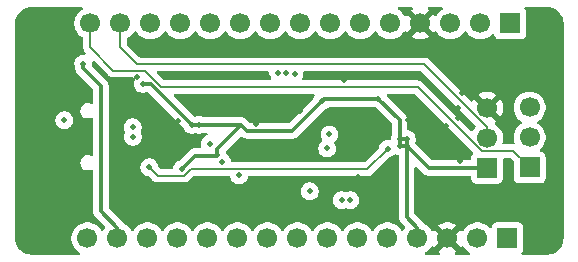
<source format=gbr>
%TF.GenerationSoftware,KiCad,Pcbnew,9.0.2*%
%TF.CreationDate,2025-07-20T14:30:59+05:30*%
%TF.ProjectId,Arduino nano,41726475-696e-46f2-906e-616e6f2e6b69,rev?*%
%TF.SameCoordinates,Original*%
%TF.FileFunction,Copper,L2,Inr*%
%TF.FilePolarity,Positive*%
%FSLAX46Y46*%
G04 Gerber Fmt 4.6, Leading zero omitted, Abs format (unit mm)*
G04 Created by KiCad (PCBNEW 9.0.2) date 2025-07-20 14:30:59*
%MOMM*%
%LPD*%
G01*
G04 APERTURE LIST*
%TA.AperFunction,ComponentPad*%
%ADD10R,1.700000X1.700000*%
%TD*%
%TA.AperFunction,ComponentPad*%
%ADD11C,1.700000*%
%TD*%
%TA.AperFunction,ViaPad*%
%ADD12C,0.500000*%
%TD*%
%TA.AperFunction,Conductor*%
%ADD13C,0.300000*%
%TD*%
%TA.AperFunction,Conductor*%
%ADD14C,0.150000*%
%TD*%
G04 APERTURE END LIST*
D10*
%TO.N,VCC*%
%TO.C,J2*%
X230320000Y-97600000D03*
D11*
%TO.N,/RESET*%
X227780000Y-97600000D03*
%TO.N,GND*%
X225240001Y-97600000D03*
%TO.N,+5V*%
X222700000Y-97600000D03*
%TO.N,/A7*%
X220160000Y-97600000D03*
%TO.N,/A6*%
X217620000Y-97600000D03*
%TO.N,/A5*%
X215080000Y-97600000D03*
%TO.N,/A4*%
X212539999Y-97600000D03*
%TO.N,/A3*%
X210000000Y-97600000D03*
%TO.N,/A2*%
X207460000Y-97600000D03*
%TO.N,/A1*%
X204920000Y-97600000D03*
%TO.N,/A0*%
X202380001Y-97600000D03*
%TO.N,/AREF*%
X199840000Y-97600000D03*
%TO.N,+3.3V*%
X197300000Y-97600000D03*
%TO.N,/D13{slash}SCK*%
X194760000Y-97600000D03*
%TD*%
D10*
%TO.N,/D0{slash}RX*%
%TO.C,J4*%
X230560000Y-79400000D03*
D11*
%TO.N,/D1{slash}TX*%
X228020000Y-79400000D03*
%TO.N,/RESET*%
X225480001Y-79400000D03*
%TO.N,GND*%
X222940000Y-79400000D03*
%TO.N,/D2*%
X220400000Y-79400000D03*
%TO.N,/D3*%
X217860000Y-79400000D03*
%TO.N,/D4*%
X215320000Y-79400000D03*
%TO.N,/D5*%
X212779999Y-79400000D03*
%TO.N,/D6*%
X210240000Y-79400000D03*
%TO.N,/D7*%
X207700000Y-79400000D03*
%TO.N,/D8*%
X205160000Y-79400000D03*
%TO.N,/D9*%
X202620001Y-79400000D03*
%TO.N,/D10*%
X200080000Y-79400000D03*
%TO.N,/D11{slash}MOSI*%
X197540000Y-79400000D03*
%TO.N,/D12{slash}MISO*%
X195000000Y-79400000D03*
%TD*%
D10*
%TO.N,/D12{slash}MISO*%
%TO.C,J5*%
X232200000Y-91600000D03*
D11*
%TO.N,/D13{slash}SCK*%
X232200000Y-89060000D03*
%TO.N,/RESET*%
X232200000Y-86520000D03*
%TD*%
D10*
%TO.N,+5V*%
%TO.C,J3*%
X228600000Y-91640000D03*
D11*
%TO.N,/D11{slash}MOSI*%
X228600000Y-89100000D03*
%TO.N,GND*%
X228600000Y-86560000D03*
%TD*%
D12*
%TO.N,+5V*%
X221200000Y-89800000D03*
X214600000Y-86000000D03*
X204200000Y-88000000D03*
X221800000Y-89200000D03*
X221200000Y-89200000D03*
X219400000Y-85800000D03*
X199424999Y-84525000D03*
X203600000Y-88000000D03*
X212300000Y-83700000D03*
X205744033Y-90536356D03*
X202739998Y-91754999D03*
X221800000Y-89800000D03*
%TO.N,GND*%
X218800000Y-87000000D03*
X217700000Y-92400000D03*
X217900000Y-86900000D03*
X191000000Y-86000000D03*
X217200000Y-92700000D03*
X191400000Y-91400000D03*
X203000000Y-94300000D03*
X206089079Y-93489079D03*
X191400000Y-95200000D03*
X198994084Y-83973352D03*
X216500000Y-83700000D03*
X198800000Y-90600000D03*
X194800000Y-93200000D03*
X210074000Y-83900000D03*
X226300000Y-91040000D03*
X192200000Y-95200000D03*
X226100000Y-86600000D03*
X209000000Y-87900000D03*
X226500000Y-85300000D03*
X191800000Y-86000000D03*
X225100000Y-88099000D03*
X199800000Y-88600000D03*
X209100000Y-89800000D03*
X194292619Y-85826643D03*
X216500000Y-84200000D03*
X226100000Y-87400000D03*
X221900000Y-87600000D03*
X201600000Y-88200000D03*
X226500000Y-83900000D03*
X227000000Y-90700000D03*
X202400000Y-87700000D03*
X210300000Y-89800000D03*
X192600000Y-90400000D03*
X212800000Y-86800000D03*
X199800000Y-89600000D03*
X225700000Y-89400000D03*
X194800000Y-93800000D03*
X200900000Y-95000000D03*
X194400000Y-85000000D03*
%TO.N,+3.3V*%
X194400000Y-82800000D03*
%TO.N,/RESET*%
X213580996Y-93619848D03*
%TO.N,VBUS*%
X192800000Y-87600000D03*
%TO.N,Net-(D1-A)*%
X200000000Y-91574998D03*
X220200000Y-90000000D03*
%TO.N,/D_P*%
X198600000Y-89000000D03*
%TO.N,/D_N*%
X198600000Y-88200000D03*
%TO.N,/A7*%
X207600000Y-92275000D03*
%TO.N,/A6*%
X206191744Y-91158219D03*
%TO.N,/D13{slash}SCK*%
X205100000Y-89600000D03*
%TO.N,/D0{slash}RX*%
X215047539Y-89990000D03*
%TO.N,/D1{slash}TX*%
X215245001Y-88797463D03*
%TO.N,/RX*%
X216300213Y-94357749D03*
%TO.N,/TX*%
X217000000Y-94375000D03*
%TO.N,/XTAL2*%
X210871303Y-83586233D03*
%TO.N,/XTAL1*%
X211600000Y-83600000D03*
%TD*%
D13*
%TO.N,+5V*%
X205744033Y-90536356D02*
X205744033Y-90055967D01*
X204200000Y-88000000D02*
X207800000Y-88000000D01*
X203600000Y-88000000D02*
X204200000Y-88000000D01*
X221200000Y-89800000D02*
X221800000Y-89800000D01*
X200125000Y-84525000D02*
X203600000Y-88000000D01*
X212100000Y-88500000D02*
X214600000Y-86000000D01*
X221800000Y-95800000D02*
X221800000Y-89800000D01*
X222700000Y-96700000D02*
X221800000Y-95800000D01*
X203894997Y-90600000D02*
X205680389Y-90600000D01*
X221800000Y-89200000D02*
X221200000Y-89200000D01*
X221200000Y-89800000D02*
X221200000Y-89200000D01*
X221200000Y-89200000D02*
X221200000Y-87600000D01*
X228600000Y-91640000D02*
X223640000Y-91640000D01*
X221800000Y-89200000D02*
X221800000Y-89800000D01*
X219400000Y-85800000D02*
X214800000Y-85800000D01*
X223640000Y-91640000D02*
X221800000Y-89800000D01*
X199424999Y-84525000D02*
X200125000Y-84525000D01*
X214800000Y-85800000D02*
X214600000Y-86000000D01*
X221200000Y-87600000D02*
X219400000Y-85800000D01*
X205680389Y-90600000D02*
X205744033Y-90536356D01*
X208300000Y-88500000D02*
X212100000Y-88500000D01*
X207800000Y-88000000D02*
X208300000Y-88500000D01*
X205744033Y-90055967D02*
X207800000Y-88000000D01*
X202739998Y-91754999D02*
X203894997Y-90600000D01*
%TO.N,+3.3V*%
X195900000Y-95300000D02*
X197300000Y-96700000D01*
X194400000Y-82800000D02*
X194400000Y-83200000D01*
X195900000Y-84700000D02*
X195900000Y-95300000D01*
X194400000Y-83200000D02*
X195900000Y-84700000D01*
D14*
%TO.N,Net-(D1-A)*%
X220200000Y-90000000D02*
X218451000Y-91749000D01*
X202957875Y-92280999D02*
X200706001Y-92280999D01*
X218451000Y-91749000D02*
X203489874Y-91749000D01*
X200706001Y-92280999D02*
X200000000Y-91574998D01*
X203489874Y-91749000D02*
X202957875Y-92280999D01*
%TO.N,/D11{slash}MOSI*%
X197540000Y-81440000D02*
X197540000Y-79400000D01*
X223266645Y-82866645D02*
X198966645Y-82866645D01*
X228600000Y-89100000D02*
X228600000Y-88200000D01*
X198966645Y-82866645D02*
X197540000Y-81440000D01*
X228600000Y-88200000D02*
X223266645Y-82866645D01*
%TO.N,/D12{slash}MISO*%
X195000000Y-81440000D02*
X196960000Y-83400000D01*
X228133595Y-90226000D02*
X230826000Y-90226000D01*
X195000000Y-79400000D02*
X195000000Y-81440000D01*
X199602454Y-83400000D02*
X201002454Y-84800000D01*
X222707595Y-84800000D02*
X228133595Y-90226000D01*
X230826000Y-90226000D02*
X232200000Y-91600000D01*
X201002454Y-84800000D02*
X222707595Y-84800000D01*
X196960000Y-83400000D02*
X199602454Y-83400000D01*
%TD*%
%TA.AperFunction,Conductor*%
%TO.N,GND*%
G36*
X194322484Y-78020185D02*
G01*
X194368239Y-78072989D01*
X194378183Y-78142147D01*
X194349158Y-78205703D01*
X194311739Y-78234985D01*
X194292182Y-78244949D01*
X194120213Y-78369890D01*
X193969890Y-78520213D01*
X193844951Y-78692179D01*
X193748444Y-78881585D01*
X193682753Y-79083760D01*
X193656112Y-79251964D01*
X193649500Y-79293713D01*
X193649500Y-79506287D01*
X193682754Y-79716243D01*
X193730000Y-79861652D01*
X193748444Y-79918414D01*
X193844951Y-80107820D01*
X193969890Y-80279786D01*
X194120213Y-80430109D01*
X194292182Y-80555050D01*
X194292184Y-80555051D01*
X194356794Y-80587971D01*
X194407590Y-80635945D01*
X194424500Y-80698456D01*
X194424500Y-81515765D01*
X194463719Y-81662136D01*
X194501602Y-81727750D01*
X194539485Y-81793365D01*
X194539487Y-81793367D01*
X194586453Y-81840333D01*
X194619938Y-81901656D01*
X194614954Y-81971348D01*
X194573082Y-82027281D01*
X194507618Y-82051698D01*
X194479995Y-82049970D01*
X194479983Y-82050097D01*
X194476439Y-82049748D01*
X194474584Y-82049632D01*
X194473920Y-82049500D01*
X194473918Y-82049500D01*
X194326082Y-82049500D01*
X194326080Y-82049500D01*
X194181092Y-82078340D01*
X194181082Y-82078343D01*
X194044511Y-82134912D01*
X194044498Y-82134919D01*
X193921584Y-82217048D01*
X193921580Y-82217051D01*
X193817051Y-82321580D01*
X193817048Y-82321584D01*
X193734919Y-82444498D01*
X193734912Y-82444511D01*
X193678343Y-82581082D01*
X193678340Y-82581092D01*
X193649500Y-82726079D01*
X193649500Y-82726082D01*
X193649500Y-82873918D01*
X193649500Y-82873920D01*
X193649499Y-82873920D01*
X193678340Y-83018907D01*
X193678343Y-83018917D01*
X193737247Y-83161124D01*
X193736803Y-83161307D01*
X193739012Y-83163930D01*
X193741727Y-83176850D01*
X193748475Y-83197932D01*
X193749500Y-83205855D01*
X193749500Y-83264069D01*
X193770217Y-83368216D01*
X193771031Y-83372313D01*
X193771034Y-83372329D01*
X193774498Y-83389739D01*
X193774499Y-83389744D01*
X193823535Y-83508127D01*
X193894723Y-83614669D01*
X193894726Y-83614673D01*
X193894727Y-83614674D01*
X195213181Y-84933127D01*
X195246666Y-84994450D01*
X195249500Y-85020808D01*
X195249500Y-86096514D01*
X195229815Y-86163553D01*
X195177011Y-86209308D01*
X195107853Y-86219252D01*
X195078048Y-86211075D01*
X194989748Y-86174500D01*
X194989738Y-86174497D01*
X194864071Y-86149500D01*
X194864069Y-86149500D01*
X194735931Y-86149500D01*
X194735929Y-86149500D01*
X194610261Y-86174497D01*
X194610255Y-86174499D01*
X194491875Y-86223533D01*
X194491866Y-86223538D01*
X194385331Y-86294723D01*
X194385327Y-86294726D01*
X194294726Y-86385327D01*
X194294723Y-86385331D01*
X194223538Y-86491866D01*
X194223533Y-86491875D01*
X194174499Y-86610255D01*
X194174497Y-86610261D01*
X194149500Y-86735928D01*
X194149500Y-86735931D01*
X194149500Y-86864069D01*
X194149500Y-86864071D01*
X194149499Y-86864071D01*
X194174497Y-86989738D01*
X194174499Y-86989744D01*
X194223533Y-87108124D01*
X194223538Y-87108133D01*
X194294723Y-87214668D01*
X194294726Y-87214672D01*
X194385327Y-87305273D01*
X194385331Y-87305276D01*
X194491866Y-87376461D01*
X194491875Y-87376466D01*
X194503920Y-87381455D01*
X194610256Y-87425501D01*
X194610260Y-87425501D01*
X194610261Y-87425502D01*
X194735928Y-87450500D01*
X194735931Y-87450500D01*
X194864071Y-87450500D01*
X194948615Y-87433682D01*
X194989744Y-87425501D01*
X195078048Y-87388923D01*
X195147516Y-87381455D01*
X195209995Y-87412730D01*
X195245648Y-87472818D01*
X195249500Y-87503485D01*
X195249500Y-90496514D01*
X195229815Y-90563553D01*
X195177011Y-90609308D01*
X195107853Y-90619252D01*
X195078048Y-90611075D01*
X194989748Y-90574500D01*
X194989738Y-90574497D01*
X194864071Y-90549500D01*
X194864069Y-90549500D01*
X194735931Y-90549500D01*
X194735929Y-90549500D01*
X194610261Y-90574497D01*
X194610255Y-90574499D01*
X194491875Y-90623533D01*
X194491866Y-90623538D01*
X194385331Y-90694723D01*
X194385327Y-90694726D01*
X194294726Y-90785327D01*
X194294723Y-90785331D01*
X194223538Y-90891866D01*
X194223533Y-90891875D01*
X194174499Y-91010255D01*
X194174497Y-91010261D01*
X194149500Y-91135928D01*
X194149500Y-91135931D01*
X194149500Y-91264069D01*
X194149500Y-91264071D01*
X194149499Y-91264071D01*
X194174497Y-91389738D01*
X194174499Y-91389744D01*
X194223533Y-91508124D01*
X194223538Y-91508133D01*
X194294723Y-91614668D01*
X194294726Y-91614672D01*
X194385327Y-91705273D01*
X194385331Y-91705276D01*
X194491866Y-91776461D01*
X194491872Y-91776464D01*
X194491873Y-91776465D01*
X194610256Y-91825501D01*
X194610260Y-91825501D01*
X194610261Y-91825502D01*
X194735928Y-91850500D01*
X194735931Y-91850500D01*
X194864071Y-91850500D01*
X194948615Y-91833682D01*
X194989744Y-91825501D01*
X195078048Y-91788923D01*
X195147516Y-91781455D01*
X195209995Y-91812730D01*
X195245648Y-91872818D01*
X195249500Y-91903485D01*
X195249500Y-95364069D01*
X195249500Y-95364071D01*
X195249499Y-95364071D01*
X195274497Y-95489738D01*
X195274499Y-95489744D01*
X195323534Y-95608125D01*
X195394726Y-95714673D01*
X195394727Y-95714674D01*
X196249867Y-96569813D01*
X196265814Y-96599018D01*
X196282577Y-96627794D01*
X196282499Y-96629574D01*
X196283352Y-96631136D01*
X196280977Y-96664335D01*
X196279522Y-96697597D01*
X196278451Y-96699659D01*
X196278368Y-96700827D01*
X196263471Y-96729030D01*
X196262930Y-96729794D01*
X196144949Y-96892184D01*
X196136433Y-96908896D01*
X196131285Y-96916186D01*
X196110616Y-96932569D01*
X196092509Y-96951742D01*
X196083668Y-96953931D01*
X196076531Y-96959589D01*
X196050285Y-96962197D01*
X196024688Y-96968536D01*
X196016067Y-96965598D01*
X196007004Y-96966499D01*
X195983518Y-96954505D01*
X195958553Y-96945998D01*
X195951962Y-96938391D01*
X195944778Y-96934723D01*
X195936561Y-96920617D01*
X195919516Y-96900946D01*
X195915050Y-96892182D01*
X195790109Y-96720213D01*
X195639786Y-96569890D01*
X195467820Y-96444951D01*
X195278414Y-96348444D01*
X195278413Y-96348443D01*
X195278412Y-96348443D01*
X195076243Y-96282754D01*
X195076241Y-96282753D01*
X195076240Y-96282753D01*
X194914957Y-96257208D01*
X194866287Y-96249500D01*
X194653713Y-96249500D01*
X194605042Y-96257208D01*
X194443760Y-96282753D01*
X194241585Y-96348444D01*
X194052179Y-96444951D01*
X193880213Y-96569890D01*
X193729890Y-96720213D01*
X193604951Y-96892179D01*
X193508444Y-97081585D01*
X193442753Y-97283760D01*
X193441291Y-97292993D01*
X193409500Y-97493713D01*
X193409500Y-97706287D01*
X193442754Y-97916243D01*
X193490000Y-98061652D01*
X193508444Y-98118414D01*
X193604951Y-98307820D01*
X193729890Y-98479786D01*
X193880213Y-98630109D01*
X194052182Y-98755050D01*
X194071739Y-98765015D01*
X194122536Y-98812989D01*
X194139331Y-98880810D01*
X194116794Y-98946945D01*
X194062079Y-98990397D01*
X194015445Y-98999500D01*
X190105532Y-98999500D01*
X190103320Y-98999480D01*
X190005132Y-98997728D01*
X189989696Y-98996486D01*
X189789762Y-98967739D01*
X189772475Y-98963978D01*
X189584037Y-98908648D01*
X189567461Y-98902465D01*
X189388825Y-98820885D01*
X189373296Y-98812406D01*
X189208075Y-98706224D01*
X189193913Y-98695622D01*
X189045492Y-98567016D01*
X189032981Y-98554505D01*
X188904378Y-98406088D01*
X188893776Y-98391926D01*
X188865417Y-98347799D01*
X188787587Y-98226694D01*
X188779114Y-98211175D01*
X188779113Y-98211173D01*
X188728342Y-98100000D01*
X188697531Y-98032532D01*
X188691348Y-98015956D01*
X188687678Y-98003458D01*
X188636020Y-97827524D01*
X188636020Y-97827523D01*
X188632259Y-97810237D01*
X188623316Y-97748035D01*
X188603511Y-97610293D01*
X188602270Y-97594873D01*
X188600520Y-97496679D01*
X188600500Y-97494469D01*
X188600500Y-87673920D01*
X192049499Y-87673920D01*
X192078340Y-87818907D01*
X192078343Y-87818917D01*
X192134912Y-87955488D01*
X192134919Y-87955501D01*
X192217048Y-88078415D01*
X192217051Y-88078419D01*
X192321580Y-88182948D01*
X192321584Y-88182951D01*
X192444498Y-88265080D01*
X192444511Y-88265087D01*
X192574774Y-88319043D01*
X192581087Y-88321658D01*
X192581091Y-88321658D01*
X192581092Y-88321659D01*
X192726079Y-88350500D01*
X192726082Y-88350500D01*
X192873920Y-88350500D01*
X192971462Y-88331096D01*
X193018913Y-88321658D01*
X193155495Y-88265084D01*
X193278416Y-88182951D01*
X193382951Y-88078416D01*
X193465084Y-87955495D01*
X193521658Y-87818913D01*
X193537458Y-87739485D01*
X193550500Y-87673920D01*
X193550500Y-87526079D01*
X193521659Y-87381092D01*
X193521658Y-87381091D01*
X193521658Y-87381087D01*
X193503142Y-87336385D01*
X193465087Y-87244511D01*
X193465080Y-87244498D01*
X193382951Y-87121584D01*
X193382948Y-87121580D01*
X193278419Y-87017051D01*
X193278415Y-87017048D01*
X193155501Y-86934919D01*
X193155488Y-86934912D01*
X193018917Y-86878343D01*
X193018907Y-86878340D01*
X192873920Y-86849500D01*
X192873918Y-86849500D01*
X192726082Y-86849500D01*
X192726080Y-86849500D01*
X192581092Y-86878340D01*
X192581082Y-86878343D01*
X192444511Y-86934912D01*
X192444498Y-86934919D01*
X192321584Y-87017048D01*
X192321580Y-87017051D01*
X192217051Y-87121580D01*
X192217048Y-87121584D01*
X192134919Y-87244498D01*
X192134912Y-87244511D01*
X192078343Y-87381082D01*
X192078340Y-87381092D01*
X192049500Y-87526079D01*
X192049500Y-87526082D01*
X192049500Y-87673918D01*
X192049500Y-87673920D01*
X192049499Y-87673920D01*
X188600500Y-87673920D01*
X188600500Y-79505529D01*
X188600520Y-79503319D01*
X188601832Y-79429725D01*
X188602270Y-79405124D01*
X188603511Y-79389707D01*
X188632259Y-79189758D01*
X188636020Y-79172473D01*
X188691350Y-78984035D01*
X188697531Y-78967466D01*
X188726190Y-78904711D01*
X188779119Y-78788812D01*
X188787584Y-78773310D01*
X188893780Y-78608065D01*
X188904376Y-78593913D01*
X189032987Y-78445486D01*
X189045486Y-78432987D01*
X189193920Y-78304370D01*
X189208068Y-78293778D01*
X189373302Y-78187588D01*
X189388818Y-78179116D01*
X189567466Y-78097531D01*
X189584031Y-78091352D01*
X189772479Y-78036019D01*
X189789757Y-78032259D01*
X189989708Y-78003510D01*
X190005124Y-78002270D01*
X190101342Y-78000555D01*
X190103320Y-78000520D01*
X190105530Y-78000500D01*
X194255445Y-78000500D01*
X194322484Y-78020185D01*
G37*
%TD.AperFunction*%
%TA.AperFunction,Conductor*%
G36*
X224774076Y-97792993D02*
G01*
X224839902Y-97907007D01*
X224932994Y-98000099D01*
X225047008Y-98065925D01*
X225110591Y-98082962D01*
X224478283Y-98715269D01*
X224478283Y-98715270D01*
X224532453Y-98754626D01*
X224532452Y-98754626D01*
X224552842Y-98765015D01*
X224603639Y-98812989D01*
X224620434Y-98880810D01*
X224597897Y-98946945D01*
X224543182Y-98990397D01*
X224496548Y-98999500D01*
X223444555Y-98999500D01*
X223377516Y-98979815D01*
X223331761Y-98927011D01*
X223321817Y-98857853D01*
X223350842Y-98794297D01*
X223388261Y-98765015D01*
X223394796Y-98761684D01*
X223407816Y-98755051D01*
X223481617Y-98701432D01*
X223579786Y-98630109D01*
X223579788Y-98630106D01*
X223579792Y-98630104D01*
X223730104Y-98479792D01*
X223730106Y-98479788D01*
X223730109Y-98479786D01*
X223855048Y-98307820D01*
X223855050Y-98307817D01*
X223855051Y-98307816D01*
X223859795Y-98298504D01*
X223907767Y-98247708D01*
X223975587Y-98230911D01*
X224041723Y-98253446D01*
X224080766Y-98298503D01*
X224085374Y-98307547D01*
X224124729Y-98361716D01*
X224757038Y-97729408D01*
X224774076Y-97792993D01*
G37*
%TD.AperFunction*%
%TA.AperFunction,Conductor*%
G36*
X226355271Y-98361717D02*
G01*
X226355271Y-98361716D01*
X226394624Y-98307553D01*
X226399231Y-98298511D01*
X226447202Y-98247712D01*
X226515022Y-98230912D01*
X226581158Y-98253446D01*
X226620202Y-98298501D01*
X226624949Y-98307817D01*
X226749890Y-98479786D01*
X226900213Y-98630109D01*
X227072182Y-98755050D01*
X227091739Y-98765015D01*
X227142536Y-98812989D01*
X227159331Y-98880810D01*
X227136794Y-98946945D01*
X227082079Y-98990397D01*
X227035445Y-98999500D01*
X225983454Y-98999500D01*
X225916415Y-98979815D01*
X225870660Y-98927011D01*
X225860716Y-98857853D01*
X225889741Y-98794297D01*
X225927160Y-98765015D01*
X225947553Y-98754624D01*
X226001717Y-98715270D01*
X226001718Y-98715270D01*
X225369409Y-98082962D01*
X225432994Y-98065925D01*
X225547008Y-98000099D01*
X225640100Y-97907007D01*
X225705926Y-97792993D01*
X225722963Y-97729408D01*
X226355271Y-98361717D01*
G37*
%TD.AperFunction*%
%TA.AperFunction,Conductor*%
G36*
X233596680Y-78000520D02*
G01*
X233598689Y-78000555D01*
X233694873Y-78002270D01*
X233710293Y-78003511D01*
X233897057Y-78030364D01*
X233910237Y-78032259D01*
X233927524Y-78036019D01*
X234115959Y-78091349D01*
X234132532Y-78097531D01*
X234167410Y-78113459D01*
X234311180Y-78179116D01*
X234326694Y-78187587D01*
X234477846Y-78284727D01*
X234491926Y-78293776D01*
X234506085Y-78304376D01*
X234506088Y-78304378D01*
X234654505Y-78432981D01*
X234667016Y-78445492D01*
X234795622Y-78593913D01*
X234806224Y-78608075D01*
X234912406Y-78773296D01*
X234920885Y-78788825D01*
X235002465Y-78967461D01*
X235008648Y-78984037D01*
X235063978Y-79172475D01*
X235067739Y-79189762D01*
X235096486Y-79389696D01*
X235097728Y-79405132D01*
X235099480Y-79503318D01*
X235099500Y-79505530D01*
X235099500Y-97494468D01*
X235099480Y-97496680D01*
X235097728Y-97594866D01*
X235096486Y-97610302D01*
X235067739Y-97810236D01*
X235063978Y-97827523D01*
X235008648Y-98015961D01*
X235002465Y-98032537D01*
X234920885Y-98211173D01*
X234912406Y-98226702D01*
X234806224Y-98391923D01*
X234795622Y-98406085D01*
X234667016Y-98554506D01*
X234654505Y-98567017D01*
X234506088Y-98695620D01*
X234491926Y-98706222D01*
X234326704Y-98812405D01*
X234311175Y-98820884D01*
X234132532Y-98902467D01*
X234115956Y-98908650D01*
X233927525Y-98963978D01*
X233910237Y-98967739D01*
X233710301Y-98996486D01*
X233694866Y-98997728D01*
X233596680Y-98999480D01*
X233594468Y-98999500D01*
X231631571Y-98999500D01*
X231564532Y-98979815D01*
X231518777Y-98927011D01*
X231508833Y-98857853D01*
X231532305Y-98801189D01*
X231613793Y-98692335D01*
X231613792Y-98692335D01*
X231613796Y-98692331D01*
X231664091Y-98557483D01*
X231670500Y-98497873D01*
X231670499Y-96702128D01*
X231664091Y-96642517D01*
X231662810Y-96639083D01*
X231613797Y-96507671D01*
X231613793Y-96507664D01*
X231527547Y-96392455D01*
X231527544Y-96392452D01*
X231412335Y-96306206D01*
X231412328Y-96306202D01*
X231277482Y-96255908D01*
X231277483Y-96255908D01*
X231217883Y-96249501D01*
X231217881Y-96249500D01*
X231217873Y-96249500D01*
X231217864Y-96249500D01*
X229422129Y-96249500D01*
X229422123Y-96249501D01*
X229362516Y-96255908D01*
X229227671Y-96306202D01*
X229227664Y-96306206D01*
X229112455Y-96392452D01*
X229112452Y-96392455D01*
X229026206Y-96507664D01*
X229026203Y-96507669D01*
X228977189Y-96639083D01*
X228935317Y-96695016D01*
X228869853Y-96719433D01*
X228801580Y-96704581D01*
X228773326Y-96683430D01*
X228659786Y-96569890D01*
X228487820Y-96444951D01*
X228298414Y-96348444D01*
X228298413Y-96348443D01*
X228298412Y-96348443D01*
X228096243Y-96282754D01*
X228096241Y-96282753D01*
X228096240Y-96282753D01*
X227934957Y-96257208D01*
X227886287Y-96249500D01*
X227673713Y-96249500D01*
X227625042Y-96257208D01*
X227463760Y-96282753D01*
X227261585Y-96348444D01*
X227072179Y-96444951D01*
X226900213Y-96569890D01*
X226749890Y-96720213D01*
X226624950Y-96892181D01*
X226620201Y-96901501D01*
X226572223Y-96952294D01*
X226504402Y-96969086D01*
X226438268Y-96946545D01*
X226399232Y-96901491D01*
X226394625Y-96892449D01*
X226355271Y-96838282D01*
X226355270Y-96838282D01*
X225722963Y-97470590D01*
X225705926Y-97407007D01*
X225640100Y-97292993D01*
X225547008Y-97199901D01*
X225432994Y-97134075D01*
X225369410Y-97117037D01*
X226001717Y-96484728D01*
X225947551Y-96445375D01*
X225758218Y-96348904D01*
X225556130Y-96283242D01*
X225346247Y-96250000D01*
X225133755Y-96250000D01*
X224923873Y-96283242D01*
X224923870Y-96283242D01*
X224721783Y-96348904D01*
X224532440Y-96445380D01*
X224478283Y-96484727D01*
X224478283Y-96484728D01*
X225110592Y-97117037D01*
X225047008Y-97134075D01*
X224932994Y-97199901D01*
X224839902Y-97292993D01*
X224774076Y-97407007D01*
X224757038Y-97470591D01*
X224124729Y-96838282D01*
X224124728Y-96838282D01*
X224085381Y-96892440D01*
X224080763Y-96901503D01*
X224032785Y-96952296D01*
X223964964Y-96969088D01*
X223898830Y-96946547D01*
X223859796Y-96901496D01*
X223855050Y-96892182D01*
X223730109Y-96720213D01*
X223579786Y-96569890D01*
X223407817Y-96444949D01*
X223291262Y-96385560D01*
X223244456Y-96343967D01*
X223205276Y-96285331D01*
X223205273Y-96285327D01*
X222486819Y-95566873D01*
X222453334Y-95505550D01*
X222450500Y-95479192D01*
X222450500Y-91669808D01*
X222470185Y-91602769D01*
X222522989Y-91557014D01*
X222592147Y-91547070D01*
X222655703Y-91576095D01*
X222662181Y-91582127D01*
X223225325Y-92145272D01*
X223225326Y-92145273D01*
X223225329Y-92145275D01*
X223225331Y-92145277D01*
X223331873Y-92216465D01*
X223450256Y-92265501D01*
X223450260Y-92265501D01*
X223450261Y-92265502D01*
X223575928Y-92290500D01*
X223575931Y-92290500D01*
X227125501Y-92290500D01*
X227192540Y-92310185D01*
X227238295Y-92362989D01*
X227249501Y-92414500D01*
X227249501Y-92537876D01*
X227255908Y-92597483D01*
X227306202Y-92732328D01*
X227306206Y-92732335D01*
X227392452Y-92847544D01*
X227392455Y-92847547D01*
X227507664Y-92933793D01*
X227507671Y-92933797D01*
X227642517Y-92984091D01*
X227642516Y-92984091D01*
X227649444Y-92984835D01*
X227702127Y-92990500D01*
X229497872Y-92990499D01*
X229557483Y-92984091D01*
X229692331Y-92933796D01*
X229807546Y-92847546D01*
X229893796Y-92732331D01*
X229944091Y-92597483D01*
X229950500Y-92537873D01*
X229950499Y-90925499D01*
X229970184Y-90858461D01*
X230022987Y-90812706D01*
X230074499Y-90801500D01*
X230536258Y-90801500D01*
X230603297Y-90821185D01*
X230623939Y-90837819D01*
X230813181Y-91027061D01*
X230846666Y-91088384D01*
X230849500Y-91114742D01*
X230849500Y-92497870D01*
X230849501Y-92497876D01*
X230855908Y-92557483D01*
X230906202Y-92692328D01*
X230906206Y-92692335D01*
X230992452Y-92807544D01*
X230992455Y-92807547D01*
X231107664Y-92893793D01*
X231107671Y-92893797D01*
X231242517Y-92944091D01*
X231242516Y-92944091D01*
X231249444Y-92944835D01*
X231302127Y-92950500D01*
X233097872Y-92950499D01*
X233157483Y-92944091D01*
X233292331Y-92893796D01*
X233407546Y-92807546D01*
X233493796Y-92692331D01*
X233544091Y-92557483D01*
X233550500Y-92497873D01*
X233550499Y-90702128D01*
X233544091Y-90642517D01*
X233537012Y-90623538D01*
X233493797Y-90507671D01*
X233493793Y-90507664D01*
X233407547Y-90392455D01*
X233407544Y-90392452D01*
X233292335Y-90306206D01*
X233292328Y-90306202D01*
X233160917Y-90257189D01*
X233104983Y-90215318D01*
X233080566Y-90149853D01*
X233095418Y-90081580D01*
X233116563Y-90053332D01*
X233230104Y-89939792D01*
X233240069Y-89926077D01*
X233355048Y-89767820D01*
X233355047Y-89767820D01*
X233355051Y-89767816D01*
X233451557Y-89578412D01*
X233517246Y-89376243D01*
X233550500Y-89166287D01*
X233550500Y-88953713D01*
X233517246Y-88743757D01*
X233451557Y-88541588D01*
X233355051Y-88352184D01*
X233355049Y-88352181D01*
X233355048Y-88352179D01*
X233230109Y-88180213D01*
X233079786Y-88029890D01*
X232907820Y-87904951D01*
X232907115Y-87904591D01*
X232899054Y-87900485D01*
X232848259Y-87852512D01*
X232831463Y-87784692D01*
X232853999Y-87718556D01*
X232899054Y-87679515D01*
X232907816Y-87675051D01*
X232987647Y-87617051D01*
X233079786Y-87550109D01*
X233079788Y-87550106D01*
X233079792Y-87550104D01*
X233230104Y-87399792D01*
X233230106Y-87399788D01*
X233230109Y-87399786D01*
X233355048Y-87227820D01*
X233355047Y-87227820D01*
X233355051Y-87227816D01*
X233451557Y-87038412D01*
X233517246Y-86836243D01*
X233550500Y-86626287D01*
X233550500Y-86413713D01*
X233517246Y-86203757D01*
X233451557Y-86001588D01*
X233355051Y-85812184D01*
X233355049Y-85812181D01*
X233355048Y-85812179D01*
X233230109Y-85640213D01*
X233079786Y-85489890D01*
X232907820Y-85364951D01*
X232718414Y-85268444D01*
X232718413Y-85268443D01*
X232718412Y-85268443D01*
X232516243Y-85202754D01*
X232516241Y-85202753D01*
X232516240Y-85202753D01*
X232344169Y-85175500D01*
X232306287Y-85169500D01*
X232093713Y-85169500D01*
X232055831Y-85175500D01*
X231883760Y-85202753D01*
X231681585Y-85268444D01*
X231492179Y-85364951D01*
X231320213Y-85489890D01*
X231169890Y-85640213D01*
X231044951Y-85812179D01*
X230948444Y-86001585D01*
X230948443Y-86001587D01*
X230948443Y-86001588D01*
X230942761Y-86019074D01*
X230882753Y-86203760D01*
X230849500Y-86413713D01*
X230849500Y-86626286D01*
X230866865Y-86735928D01*
X230882754Y-86836243D01*
X230941502Y-87017051D01*
X230948444Y-87038414D01*
X231044951Y-87227820D01*
X231169890Y-87399786D01*
X231320213Y-87550109D01*
X231492182Y-87675050D01*
X231500946Y-87679516D01*
X231551742Y-87727491D01*
X231568536Y-87795312D01*
X231545998Y-87861447D01*
X231500946Y-87900484D01*
X231492182Y-87904949D01*
X231320213Y-88029890D01*
X231169890Y-88180213D01*
X231044951Y-88352179D01*
X230948444Y-88541585D01*
X230948443Y-88541587D01*
X230948443Y-88541588D01*
X230936435Y-88578545D01*
X230882753Y-88743760D01*
X230859740Y-88889061D01*
X230849500Y-88953713D01*
X230849500Y-89166287D01*
X230882754Y-89376243D01*
X230919126Y-89488184D01*
X230921121Y-89558023D01*
X230885041Y-89617856D01*
X230822340Y-89648684D01*
X230801195Y-89650500D01*
X230011802Y-89650500D01*
X229944763Y-89630815D01*
X229899008Y-89578011D01*
X229889064Y-89508853D01*
X229893871Y-89488182D01*
X229917246Y-89416243D01*
X229950500Y-89206287D01*
X229950500Y-88993713D01*
X229917246Y-88783757D01*
X229851557Y-88581588D01*
X229755051Y-88392184D01*
X229755049Y-88392181D01*
X229755048Y-88392179D01*
X229630109Y-88220213D01*
X229479786Y-88069890D01*
X229307817Y-87944949D01*
X229298504Y-87940204D01*
X229247707Y-87892230D01*
X229230912Y-87824409D01*
X229253449Y-87758274D01*
X229298507Y-87719232D01*
X229307555Y-87714622D01*
X229361716Y-87675270D01*
X229361717Y-87675270D01*
X228729408Y-87042962D01*
X228792993Y-87025925D01*
X228907007Y-86960099D01*
X229000099Y-86867007D01*
X229065925Y-86752993D01*
X229082962Y-86689408D01*
X229715270Y-87321717D01*
X229715270Y-87321716D01*
X229754622Y-87267554D01*
X229851095Y-87078217D01*
X229916757Y-86876130D01*
X229916757Y-86876127D01*
X229950000Y-86666246D01*
X229950000Y-86453753D01*
X229916757Y-86243872D01*
X229916757Y-86243869D01*
X229851095Y-86041782D01*
X229754624Y-85852449D01*
X229715270Y-85798282D01*
X229715269Y-85798282D01*
X229082962Y-86430590D01*
X229065925Y-86367007D01*
X229000099Y-86252993D01*
X228907007Y-86159901D01*
X228792993Y-86094075D01*
X228729409Y-86077037D01*
X229361716Y-85444728D01*
X229307550Y-85405375D01*
X229118217Y-85308904D01*
X228916129Y-85243242D01*
X228706246Y-85210000D01*
X228493754Y-85210000D01*
X228283872Y-85243242D01*
X228283869Y-85243242D01*
X228081782Y-85308904D01*
X227892439Y-85405380D01*
X227838282Y-85444727D01*
X227838282Y-85444728D01*
X228470591Y-86077037D01*
X228407007Y-86094075D01*
X228292993Y-86159901D01*
X228199901Y-86252993D01*
X228134075Y-86367007D01*
X228117037Y-86430591D01*
X227484728Y-85798282D01*
X227484727Y-85798282D01*
X227445380Y-85852440D01*
X227445375Y-85852448D01*
X227394914Y-85951483D01*
X227346940Y-86002279D01*
X227279119Y-86019074D01*
X227212984Y-85996536D01*
X227196749Y-85982869D01*
X223620012Y-82406132D01*
X223620010Y-82406130D01*
X223554395Y-82368247D01*
X223488781Y-82330364D01*
X223415595Y-82310754D01*
X223342411Y-82291145D01*
X223342410Y-82291145D01*
X199256387Y-82291145D01*
X199189348Y-82271460D01*
X199168706Y-82254826D01*
X198151819Y-81237939D01*
X198118334Y-81176616D01*
X198115500Y-81150258D01*
X198115500Y-80698456D01*
X198135185Y-80631417D01*
X198183205Y-80587971D01*
X198247816Y-80555051D01*
X198334138Y-80492335D01*
X198419786Y-80430109D01*
X198419788Y-80430106D01*
X198419792Y-80430104D01*
X198570104Y-80279792D01*
X198570106Y-80279788D01*
X198570109Y-80279786D01*
X198695048Y-80107820D01*
X198695047Y-80107820D01*
X198695051Y-80107816D01*
X198699514Y-80099054D01*
X198747488Y-80048259D01*
X198815308Y-80031463D01*
X198881444Y-80053999D01*
X198920484Y-80099054D01*
X198924591Y-80107115D01*
X198924951Y-80107820D01*
X199049890Y-80279786D01*
X199200213Y-80430109D01*
X199372179Y-80555048D01*
X199372181Y-80555049D01*
X199372184Y-80555051D01*
X199561588Y-80651557D01*
X199763757Y-80717246D01*
X199973713Y-80750500D01*
X199973714Y-80750500D01*
X200186286Y-80750500D01*
X200186287Y-80750500D01*
X200396243Y-80717246D01*
X200598412Y-80651557D01*
X200787816Y-80555051D01*
X200874138Y-80492335D01*
X200959786Y-80430109D01*
X200959788Y-80430106D01*
X200959792Y-80430104D01*
X201110104Y-80279792D01*
X201110106Y-80279788D01*
X201110109Y-80279786D01*
X201235048Y-80107821D01*
X201235188Y-80107547D01*
X201239513Y-80099056D01*
X201287484Y-80048260D01*
X201355304Y-80031462D01*
X201421440Y-80053996D01*
X201460484Y-80099052D01*
X201464950Y-80107817D01*
X201589891Y-80279786D01*
X201740214Y-80430109D01*
X201912180Y-80555048D01*
X201912182Y-80555049D01*
X201912185Y-80555051D01*
X202101589Y-80651557D01*
X202303758Y-80717246D01*
X202513714Y-80750500D01*
X202513715Y-80750500D01*
X202726287Y-80750500D01*
X202726288Y-80750500D01*
X202936244Y-80717246D01*
X203138413Y-80651557D01*
X203327817Y-80555051D01*
X203414139Y-80492335D01*
X203499787Y-80430109D01*
X203499789Y-80430106D01*
X203499793Y-80430104D01*
X203650105Y-80279792D01*
X203650107Y-80279788D01*
X203650110Y-80279786D01*
X203775049Y-80107820D01*
X203775048Y-80107820D01*
X203775052Y-80107816D01*
X203779513Y-80099058D01*
X203827484Y-80048262D01*
X203895304Y-80031464D01*
X203961441Y-80053998D01*
X204000484Y-80099054D01*
X204004949Y-80107817D01*
X204129890Y-80279786D01*
X204280213Y-80430109D01*
X204452179Y-80555048D01*
X204452181Y-80555049D01*
X204452184Y-80555051D01*
X204641588Y-80651557D01*
X204843757Y-80717246D01*
X205053713Y-80750500D01*
X205053714Y-80750500D01*
X205266286Y-80750500D01*
X205266287Y-80750500D01*
X205476243Y-80717246D01*
X205678412Y-80651557D01*
X205867816Y-80555051D01*
X205954138Y-80492335D01*
X206039786Y-80430109D01*
X206039788Y-80430106D01*
X206039792Y-80430104D01*
X206190104Y-80279792D01*
X206190106Y-80279788D01*
X206190109Y-80279786D01*
X206315048Y-80107820D01*
X206315047Y-80107820D01*
X206315051Y-80107816D01*
X206319514Y-80099054D01*
X206367488Y-80048259D01*
X206435308Y-80031463D01*
X206501444Y-80053999D01*
X206540484Y-80099054D01*
X206544591Y-80107115D01*
X206544951Y-80107820D01*
X206669890Y-80279786D01*
X206820213Y-80430109D01*
X206992179Y-80555048D01*
X206992181Y-80555049D01*
X206992184Y-80555051D01*
X207181588Y-80651557D01*
X207383757Y-80717246D01*
X207593713Y-80750500D01*
X207593714Y-80750500D01*
X207806286Y-80750500D01*
X207806287Y-80750500D01*
X208016243Y-80717246D01*
X208218412Y-80651557D01*
X208407816Y-80555051D01*
X208494138Y-80492335D01*
X208579786Y-80430109D01*
X208579788Y-80430106D01*
X208579792Y-80430104D01*
X208730104Y-80279792D01*
X208730106Y-80279788D01*
X208730109Y-80279786D01*
X208855048Y-80107820D01*
X208855047Y-80107820D01*
X208855051Y-80107816D01*
X208859514Y-80099054D01*
X208907488Y-80048259D01*
X208975308Y-80031463D01*
X209041444Y-80053999D01*
X209080484Y-80099054D01*
X209084591Y-80107115D01*
X209084951Y-80107820D01*
X209209890Y-80279786D01*
X209360213Y-80430109D01*
X209532179Y-80555048D01*
X209532181Y-80555049D01*
X209532184Y-80555051D01*
X209721588Y-80651557D01*
X209923757Y-80717246D01*
X210133713Y-80750500D01*
X210133714Y-80750500D01*
X210346286Y-80750500D01*
X210346287Y-80750500D01*
X210556243Y-80717246D01*
X210758412Y-80651557D01*
X210947816Y-80555051D01*
X211034138Y-80492335D01*
X211119786Y-80430109D01*
X211119788Y-80430106D01*
X211119792Y-80430104D01*
X211270104Y-80279792D01*
X211270106Y-80279788D01*
X211270109Y-80279786D01*
X211395048Y-80107820D01*
X211395047Y-80107820D01*
X211395051Y-80107816D01*
X211399512Y-80099058D01*
X211447483Y-80048262D01*
X211515303Y-80031464D01*
X211581440Y-80053998D01*
X211620483Y-80099054D01*
X211624948Y-80107817D01*
X211749889Y-80279786D01*
X211900212Y-80430109D01*
X212072178Y-80555048D01*
X212072180Y-80555049D01*
X212072183Y-80555051D01*
X212261587Y-80651557D01*
X212463756Y-80717246D01*
X212673712Y-80750500D01*
X212673713Y-80750500D01*
X212886285Y-80750500D01*
X212886286Y-80750500D01*
X213096242Y-80717246D01*
X213298411Y-80651557D01*
X213487815Y-80555051D01*
X213574137Y-80492335D01*
X213659785Y-80430109D01*
X213659787Y-80430106D01*
X213659791Y-80430104D01*
X213810103Y-80279792D01*
X213810105Y-80279788D01*
X213810108Y-80279786D01*
X213935047Y-80107821D01*
X213935187Y-80107547D01*
X213939512Y-80099056D01*
X213987483Y-80048260D01*
X214055303Y-80031462D01*
X214121439Y-80053996D01*
X214160483Y-80099052D01*
X214164949Y-80107817D01*
X214289890Y-80279786D01*
X214440213Y-80430109D01*
X214612179Y-80555048D01*
X214612181Y-80555049D01*
X214612184Y-80555051D01*
X214801588Y-80651557D01*
X215003757Y-80717246D01*
X215213713Y-80750500D01*
X215213714Y-80750500D01*
X215426286Y-80750500D01*
X215426287Y-80750500D01*
X215636243Y-80717246D01*
X215838412Y-80651557D01*
X216027816Y-80555051D01*
X216114138Y-80492335D01*
X216199786Y-80430109D01*
X216199788Y-80430106D01*
X216199792Y-80430104D01*
X216350104Y-80279792D01*
X216350106Y-80279788D01*
X216350109Y-80279786D01*
X216475048Y-80107820D01*
X216475047Y-80107820D01*
X216475051Y-80107816D01*
X216479514Y-80099054D01*
X216527488Y-80048259D01*
X216595308Y-80031463D01*
X216661444Y-80053999D01*
X216700484Y-80099054D01*
X216704591Y-80107115D01*
X216704951Y-80107820D01*
X216829890Y-80279786D01*
X216980213Y-80430109D01*
X217152179Y-80555048D01*
X217152181Y-80555049D01*
X217152184Y-80555051D01*
X217341588Y-80651557D01*
X217543757Y-80717246D01*
X217753713Y-80750500D01*
X217753714Y-80750500D01*
X217966286Y-80750500D01*
X217966287Y-80750500D01*
X218176243Y-80717246D01*
X218378412Y-80651557D01*
X218567816Y-80555051D01*
X218654138Y-80492335D01*
X218739786Y-80430109D01*
X218739788Y-80430106D01*
X218739792Y-80430104D01*
X218890104Y-80279792D01*
X218890106Y-80279788D01*
X218890109Y-80279786D01*
X219015048Y-80107820D01*
X219015047Y-80107820D01*
X219015051Y-80107816D01*
X219019514Y-80099054D01*
X219067488Y-80048259D01*
X219135308Y-80031463D01*
X219201444Y-80053999D01*
X219240484Y-80099054D01*
X219244591Y-80107115D01*
X219244951Y-80107820D01*
X219369890Y-80279786D01*
X219520213Y-80430109D01*
X219692179Y-80555048D01*
X219692181Y-80555049D01*
X219692184Y-80555051D01*
X219881588Y-80651557D01*
X220083757Y-80717246D01*
X220293713Y-80750500D01*
X220293714Y-80750500D01*
X220506286Y-80750500D01*
X220506287Y-80750500D01*
X220716243Y-80717246D01*
X220918412Y-80651557D01*
X221107816Y-80555051D01*
X221194138Y-80492335D01*
X221279786Y-80430109D01*
X221279788Y-80430106D01*
X221279792Y-80430104D01*
X221430104Y-80279792D01*
X221430106Y-80279788D01*
X221430109Y-80279786D01*
X221515890Y-80161717D01*
X221555051Y-80107816D01*
X221559793Y-80098508D01*
X221607763Y-80047711D01*
X221675583Y-80030911D01*
X221741719Y-80053445D01*
X221780763Y-80098500D01*
X221785373Y-80107547D01*
X221824728Y-80161716D01*
X222457037Y-79529408D01*
X222474075Y-79592993D01*
X222539901Y-79707007D01*
X222632993Y-79800099D01*
X222747007Y-79865925D01*
X222810590Y-79882962D01*
X222178282Y-80515269D01*
X222178282Y-80515270D01*
X222232449Y-80554624D01*
X222421782Y-80651095D01*
X222623870Y-80716757D01*
X222833754Y-80750000D01*
X223046246Y-80750000D01*
X223256127Y-80716757D01*
X223256130Y-80716757D01*
X223458217Y-80651095D01*
X223647554Y-80554622D01*
X223701716Y-80515270D01*
X223701717Y-80515270D01*
X223069408Y-79882962D01*
X223132993Y-79865925D01*
X223247007Y-79800099D01*
X223340099Y-79707007D01*
X223405925Y-79592993D01*
X223422962Y-79529408D01*
X224055270Y-80161717D01*
X224055270Y-80161716D01*
X224094623Y-80107553D01*
X224099231Y-80098509D01*
X224147202Y-80047710D01*
X224215022Y-80030910D01*
X224281158Y-80053444D01*
X224320202Y-80098499D01*
X224324950Y-80107817D01*
X224449891Y-80279786D01*
X224600214Y-80430109D01*
X224772180Y-80555048D01*
X224772182Y-80555049D01*
X224772185Y-80555051D01*
X224961589Y-80651557D01*
X225163758Y-80717246D01*
X225373714Y-80750500D01*
X225373715Y-80750500D01*
X225586287Y-80750500D01*
X225586288Y-80750500D01*
X225796244Y-80717246D01*
X225998413Y-80651557D01*
X226187817Y-80555051D01*
X226274139Y-80492335D01*
X226359787Y-80430109D01*
X226359789Y-80430106D01*
X226359793Y-80430104D01*
X226510105Y-80279792D01*
X226510107Y-80279788D01*
X226510110Y-80279786D01*
X226635049Y-80107820D01*
X226635048Y-80107820D01*
X226635052Y-80107816D01*
X226639513Y-80099058D01*
X226687484Y-80048262D01*
X226755304Y-80031464D01*
X226821441Y-80053998D01*
X226860484Y-80099054D01*
X226864949Y-80107817D01*
X226989890Y-80279786D01*
X227140213Y-80430109D01*
X227312179Y-80555048D01*
X227312181Y-80555049D01*
X227312184Y-80555051D01*
X227501588Y-80651557D01*
X227703757Y-80717246D01*
X227913713Y-80750500D01*
X227913714Y-80750500D01*
X228126286Y-80750500D01*
X228126287Y-80750500D01*
X228336243Y-80717246D01*
X228538412Y-80651557D01*
X228727816Y-80555051D01*
X228899792Y-80430104D01*
X229013329Y-80316566D01*
X229074648Y-80283084D01*
X229144340Y-80288068D01*
X229200274Y-80329939D01*
X229217189Y-80360917D01*
X229266202Y-80492328D01*
X229266206Y-80492335D01*
X229352452Y-80607544D01*
X229352455Y-80607547D01*
X229467664Y-80693793D01*
X229467671Y-80693797D01*
X229602517Y-80744091D01*
X229602516Y-80744091D01*
X229609444Y-80744835D01*
X229662127Y-80750500D01*
X231457872Y-80750499D01*
X231517483Y-80744091D01*
X231652331Y-80693796D01*
X231767546Y-80607546D01*
X231853796Y-80492331D01*
X231904091Y-80357483D01*
X231910500Y-80297873D01*
X231910499Y-78502128D01*
X231904091Y-78442517D01*
X231902810Y-78439083D01*
X231853797Y-78307671D01*
X231853793Y-78307664D01*
X231772305Y-78198811D01*
X231747887Y-78133347D01*
X231762738Y-78065074D01*
X231812143Y-78015668D01*
X231871571Y-78000500D01*
X233594470Y-78000500D01*
X233596680Y-78000520D01*
G37*
%TD.AperFunction*%
%TA.AperFunction,Conductor*%
G36*
X195333335Y-82593467D02*
G01*
X195359666Y-82613546D01*
X196499485Y-83753365D01*
X196606635Y-83860515D01*
X196737865Y-83936281D01*
X196884234Y-83975500D01*
X198657557Y-83975500D01*
X198724596Y-83995185D01*
X198770351Y-84047989D01*
X198780295Y-84117147D01*
X198762375Y-84163909D01*
X198762788Y-84164130D01*
X198761031Y-84167415D01*
X198760657Y-84168394D01*
X198759917Y-84169500D01*
X198759911Y-84169511D01*
X198703342Y-84306082D01*
X198703339Y-84306092D01*
X198674499Y-84451079D01*
X198674499Y-84451082D01*
X198674499Y-84598918D01*
X198674499Y-84598920D01*
X198674498Y-84598920D01*
X198703339Y-84743907D01*
X198703342Y-84743917D01*
X198759911Y-84880488D01*
X198759918Y-84880501D01*
X198842047Y-85003415D01*
X198842050Y-85003419D01*
X198946579Y-85107948D01*
X198946583Y-85107951D01*
X199069497Y-85190080D01*
X199069510Y-85190087D01*
X199197839Y-85243242D01*
X199206086Y-85246658D01*
X199206090Y-85246658D01*
X199206091Y-85246659D01*
X199351078Y-85275500D01*
X199351081Y-85275500D01*
X199498919Y-85275500D01*
X199596461Y-85256096D01*
X199643912Y-85246658D01*
X199767337Y-85195533D01*
X199836803Y-85188065D01*
X199899282Y-85219340D01*
X199902468Y-85222414D01*
X202847397Y-88167342D01*
X202875150Y-88213642D01*
X202876011Y-88213286D01*
X202934912Y-88355488D01*
X202934919Y-88355501D01*
X203017048Y-88478415D01*
X203017051Y-88478419D01*
X203121580Y-88582948D01*
X203121584Y-88582951D01*
X203244498Y-88665080D01*
X203244511Y-88665087D01*
X203329420Y-88700257D01*
X203381087Y-88721658D01*
X203381091Y-88721658D01*
X203381092Y-88721659D01*
X203526079Y-88750500D01*
X203526082Y-88750500D01*
X203673920Y-88750500D01*
X203771462Y-88731096D01*
X203818913Y-88721658D01*
X203852547Y-88707725D01*
X203922016Y-88700257D01*
X203947452Y-88707725D01*
X203981087Y-88721658D01*
X203981091Y-88721658D01*
X203981092Y-88721659D01*
X204126079Y-88750500D01*
X204126082Y-88750500D01*
X204273920Y-88750500D01*
X204371462Y-88731096D01*
X204418913Y-88721658D01*
X204555495Y-88665084D01*
X204555496Y-88665083D01*
X204561122Y-88662753D01*
X204561479Y-88663614D01*
X204569401Y-88661630D01*
X204578905Y-88655523D01*
X204613840Y-88650500D01*
X204807756Y-88650500D01*
X204874795Y-88670185D01*
X204920550Y-88722989D01*
X204930494Y-88792147D01*
X204901469Y-88855703D01*
X204855209Y-88889061D01*
X204744507Y-88934914D01*
X204744498Y-88934919D01*
X204621584Y-89017048D01*
X204621580Y-89017051D01*
X204517051Y-89121580D01*
X204517048Y-89121584D01*
X204434919Y-89244498D01*
X204434912Y-89244511D01*
X204378343Y-89381082D01*
X204378340Y-89381092D01*
X204349500Y-89526079D01*
X204349500Y-89526082D01*
X204349500Y-89673918D01*
X204349500Y-89673920D01*
X204349499Y-89673920D01*
X204374840Y-89801308D01*
X204368613Y-89870900D01*
X204325751Y-89926077D01*
X204259861Y-89949322D01*
X204253223Y-89949500D01*
X203830926Y-89949500D01*
X203705258Y-89974497D01*
X203705252Y-89974499D01*
X203586867Y-90023535D01*
X203480328Y-90094722D01*
X203480321Y-90094728D01*
X202572652Y-91002397D01*
X202526355Y-91030148D01*
X202526712Y-91031010D01*
X202384505Y-91089913D01*
X202384496Y-91089918D01*
X202261582Y-91172047D01*
X202261578Y-91172050D01*
X202157049Y-91276579D01*
X202157046Y-91276583D01*
X202074917Y-91399497D01*
X202074910Y-91399510D01*
X202018341Y-91536081D01*
X202018338Y-91536091D01*
X202004494Y-91605691D01*
X201972109Y-91667602D01*
X201911393Y-91702176D01*
X201882877Y-91705499D01*
X200995742Y-91705499D01*
X200966301Y-91696854D01*
X200936315Y-91690331D01*
X200931299Y-91686576D01*
X200928703Y-91685814D01*
X200908061Y-91669180D01*
X200853549Y-91614668D01*
X200779712Y-91540831D01*
X200746229Y-91479510D01*
X200745778Y-91477343D01*
X200730296Y-91399510D01*
X200721658Y-91356085D01*
X200721656Y-91356080D01*
X200665087Y-91219509D01*
X200665080Y-91219496D01*
X200582951Y-91096582D01*
X200582948Y-91096578D01*
X200478419Y-90992049D01*
X200478415Y-90992046D01*
X200355501Y-90909917D01*
X200355488Y-90909910D01*
X200218917Y-90853341D01*
X200218907Y-90853338D01*
X200073920Y-90824498D01*
X200073918Y-90824498D01*
X199926082Y-90824498D01*
X199926080Y-90824498D01*
X199781092Y-90853338D01*
X199781082Y-90853341D01*
X199644511Y-90909910D01*
X199644498Y-90909917D01*
X199521584Y-90992046D01*
X199521580Y-90992049D01*
X199417051Y-91096578D01*
X199417048Y-91096582D01*
X199334919Y-91219496D01*
X199334912Y-91219509D01*
X199278343Y-91356080D01*
X199278340Y-91356090D01*
X199249500Y-91501077D01*
X199249500Y-91501080D01*
X199249500Y-91648916D01*
X199249500Y-91648918D01*
X199249499Y-91648918D01*
X199278340Y-91793905D01*
X199278343Y-91793915D01*
X199334912Y-91930486D01*
X199334919Y-91930499D01*
X199417048Y-92053413D01*
X199417051Y-92053417D01*
X199521580Y-92157946D01*
X199521584Y-92157949D01*
X199644498Y-92240078D01*
X199644511Y-92240085D01*
X199753625Y-92285281D01*
X199781087Y-92296656D01*
X199902345Y-92320776D01*
X199964256Y-92353161D01*
X199965783Y-92354661D01*
X200105030Y-92493907D01*
X200241145Y-92630022D01*
X200241155Y-92630033D01*
X200245485Y-92634363D01*
X200245486Y-92634364D01*
X200352636Y-92741514D01*
X200483866Y-92817280D01*
X200630234Y-92856499D01*
X200630235Y-92856499D01*
X200630236Y-92856499D01*
X203033639Y-92856499D01*
X203033641Y-92856499D01*
X203180010Y-92817280D01*
X203311240Y-92741514D01*
X203691934Y-92360818D01*
X203753257Y-92327334D01*
X203779615Y-92324500D01*
X206742879Y-92324500D01*
X206809918Y-92344185D01*
X206855673Y-92396989D01*
X206864496Y-92424308D01*
X206878340Y-92493907D01*
X206878343Y-92493917D01*
X206934912Y-92630488D01*
X206934919Y-92630501D01*
X207017048Y-92753415D01*
X207017051Y-92753419D01*
X207121580Y-92857948D01*
X207121584Y-92857951D01*
X207244498Y-92940080D01*
X207244511Y-92940087D01*
X207366215Y-92990498D01*
X207381087Y-92996658D01*
X207381091Y-92996658D01*
X207381092Y-92996659D01*
X207526079Y-93025500D01*
X207526082Y-93025500D01*
X207673920Y-93025500D01*
X207771462Y-93006096D01*
X207818913Y-92996658D01*
X207924547Y-92952902D01*
X207955488Y-92940087D01*
X207955488Y-92940086D01*
X207955495Y-92940084D01*
X208078416Y-92857951D01*
X208182951Y-92753416D01*
X208265084Y-92630495D01*
X208321658Y-92493913D01*
X208335504Y-92424308D01*
X208367889Y-92362397D01*
X208428605Y-92327823D01*
X208457121Y-92324500D01*
X218526764Y-92324500D01*
X218526766Y-92324500D01*
X218673135Y-92285281D01*
X218804365Y-92209515D01*
X220234167Y-90779712D01*
X220295488Y-90746229D01*
X220297622Y-90745784D01*
X220418913Y-90721658D01*
X220555495Y-90665084D01*
X220678416Y-90582951D01*
X220751821Y-90509545D01*
X220764983Y-90502358D01*
X220775085Y-90491272D01*
X220795027Y-90485953D01*
X220813142Y-90476062D01*
X220829210Y-90476836D01*
X220842595Y-90473267D01*
X220868344Y-90478723D01*
X220877394Y-90479160D01*
X220882250Y-90480718D01*
X220981087Y-90521658D01*
X221056640Y-90536686D01*
X221063393Y-90538854D01*
X221086671Y-90554648D01*
X221111603Y-90567690D01*
X221115198Y-90574004D01*
X221121210Y-90578083D01*
X221132253Y-90603955D01*
X221146177Y-90628406D01*
X221147486Y-90639639D01*
X221148640Y-90642343D01*
X221148143Y-90645277D01*
X221149500Y-90656922D01*
X221149500Y-95864070D01*
X221161720Y-95925500D01*
X221161720Y-95925502D01*
X221174497Y-95989736D01*
X221174499Y-95989744D01*
X221223534Y-96108125D01*
X221294726Y-96214673D01*
X221294727Y-96214674D01*
X221649868Y-96569813D01*
X221665813Y-96599014D01*
X221682578Y-96627795D01*
X221682500Y-96629574D01*
X221683353Y-96631136D01*
X221680978Y-96664333D01*
X221679523Y-96697598D01*
X221678452Y-96699660D01*
X221678369Y-96700827D01*
X221663471Y-96729030D01*
X221662930Y-96729794D01*
X221544949Y-96892184D01*
X221536436Y-96908891D01*
X221531284Y-96916186D01*
X221510619Y-96932566D01*
X221492509Y-96951742D01*
X221483667Y-96953931D01*
X221476530Y-96959589D01*
X221450286Y-96962197D01*
X221424688Y-96968536D01*
X221416067Y-96965598D01*
X221407003Y-96966499D01*
X221383515Y-96954504D01*
X221358553Y-96945998D01*
X221351962Y-96938392D01*
X221344777Y-96934723D01*
X221336559Y-96920615D01*
X221319516Y-96900946D01*
X221315050Y-96892182D01*
X221190109Y-96720213D01*
X221039786Y-96569890D01*
X220867820Y-96444951D01*
X220678414Y-96348444D01*
X220678413Y-96348443D01*
X220678412Y-96348443D01*
X220476243Y-96282754D01*
X220476241Y-96282753D01*
X220476240Y-96282753D01*
X220314957Y-96257208D01*
X220266287Y-96249500D01*
X220053713Y-96249500D01*
X220005042Y-96257208D01*
X219843760Y-96282753D01*
X219641585Y-96348444D01*
X219452179Y-96444951D01*
X219280213Y-96569890D01*
X219129890Y-96720213D01*
X219004949Y-96892182D01*
X219000484Y-96900946D01*
X218952509Y-96951742D01*
X218884688Y-96968536D01*
X218818553Y-96945998D01*
X218779516Y-96900946D01*
X218775050Y-96892182D01*
X218650109Y-96720213D01*
X218499786Y-96569890D01*
X218327820Y-96444951D01*
X218138414Y-96348444D01*
X218138413Y-96348443D01*
X218138412Y-96348443D01*
X217936243Y-96282754D01*
X217936241Y-96282753D01*
X217936240Y-96282753D01*
X217774957Y-96257208D01*
X217726287Y-96249500D01*
X217513713Y-96249500D01*
X217465042Y-96257208D01*
X217303760Y-96282753D01*
X217101585Y-96348444D01*
X216912179Y-96444951D01*
X216740213Y-96569890D01*
X216589890Y-96720213D01*
X216464949Y-96892182D01*
X216460484Y-96900946D01*
X216412509Y-96951742D01*
X216344688Y-96968536D01*
X216278553Y-96945998D01*
X216239516Y-96900946D01*
X216235050Y-96892182D01*
X216110109Y-96720213D01*
X215959786Y-96569890D01*
X215787820Y-96444951D01*
X215598414Y-96348444D01*
X215598413Y-96348443D01*
X215598412Y-96348443D01*
X215396243Y-96282754D01*
X215396241Y-96282753D01*
X215396240Y-96282753D01*
X215234957Y-96257208D01*
X215186287Y-96249500D01*
X214973713Y-96249500D01*
X214925042Y-96257208D01*
X214763760Y-96282753D01*
X214561585Y-96348444D01*
X214372179Y-96444951D01*
X214200213Y-96569890D01*
X214049890Y-96720213D01*
X213924948Y-96892184D01*
X213924946Y-96892187D01*
X213920481Y-96900950D01*
X213872505Y-96951744D01*
X213804683Y-96968537D01*
X213738549Y-96945997D01*
X213699513Y-96900944D01*
X213695180Y-96892440D01*
X213695050Y-96892184D01*
X213695048Y-96892181D01*
X213695047Y-96892179D01*
X213570108Y-96720213D01*
X213419785Y-96569890D01*
X213247819Y-96444951D01*
X213058413Y-96348444D01*
X213058412Y-96348443D01*
X213058411Y-96348443D01*
X212856242Y-96282754D01*
X212856240Y-96282753D01*
X212856239Y-96282753D01*
X212694956Y-96257208D01*
X212646286Y-96249500D01*
X212433712Y-96249500D01*
X212385041Y-96257208D01*
X212223759Y-96282753D01*
X212021584Y-96348444D01*
X211832178Y-96444951D01*
X211660212Y-96569890D01*
X211509889Y-96720213D01*
X211384947Y-96892183D01*
X211380481Y-96900949D01*
X211332505Y-96951742D01*
X211264683Y-96968535D01*
X211198549Y-96945995D01*
X211159513Y-96900942D01*
X211155181Y-96892440D01*
X211155051Y-96892184D01*
X211155049Y-96892181D01*
X211155048Y-96892179D01*
X211030109Y-96720213D01*
X210879786Y-96569890D01*
X210707820Y-96444951D01*
X210518414Y-96348444D01*
X210518413Y-96348443D01*
X210518412Y-96348443D01*
X210316243Y-96282754D01*
X210316241Y-96282753D01*
X210316240Y-96282753D01*
X210154957Y-96257208D01*
X210106287Y-96249500D01*
X209893713Y-96249500D01*
X209845042Y-96257208D01*
X209683760Y-96282753D01*
X209481585Y-96348444D01*
X209292179Y-96444951D01*
X209120213Y-96569890D01*
X208969890Y-96720213D01*
X208844949Y-96892182D01*
X208840484Y-96900946D01*
X208792509Y-96951742D01*
X208724688Y-96968536D01*
X208658553Y-96945998D01*
X208619516Y-96900946D01*
X208615050Y-96892182D01*
X208490109Y-96720213D01*
X208339786Y-96569890D01*
X208167820Y-96444951D01*
X207978414Y-96348444D01*
X207978413Y-96348443D01*
X207978412Y-96348443D01*
X207776243Y-96282754D01*
X207776241Y-96282753D01*
X207776240Y-96282753D01*
X207614957Y-96257208D01*
X207566287Y-96249500D01*
X207353713Y-96249500D01*
X207305042Y-96257208D01*
X207143760Y-96282753D01*
X206941585Y-96348444D01*
X206752179Y-96444951D01*
X206580213Y-96569890D01*
X206429890Y-96720213D01*
X206304949Y-96892182D01*
X206300484Y-96900946D01*
X206252509Y-96951742D01*
X206184688Y-96968536D01*
X206118553Y-96945998D01*
X206079516Y-96900946D01*
X206075050Y-96892182D01*
X205950109Y-96720213D01*
X205799786Y-96569890D01*
X205627820Y-96444951D01*
X205438414Y-96348444D01*
X205438413Y-96348443D01*
X205438412Y-96348443D01*
X205236243Y-96282754D01*
X205236241Y-96282753D01*
X205236240Y-96282753D01*
X205074957Y-96257208D01*
X205026287Y-96249500D01*
X204813713Y-96249500D01*
X204765042Y-96257208D01*
X204603760Y-96282753D01*
X204401585Y-96348444D01*
X204212179Y-96444951D01*
X204040213Y-96569890D01*
X203889890Y-96720213D01*
X203764948Y-96892183D01*
X203760482Y-96900949D01*
X203712506Y-96951742D01*
X203644684Y-96968535D01*
X203578550Y-96945995D01*
X203539514Y-96900942D01*
X203535182Y-96892440D01*
X203535052Y-96892184D01*
X203535050Y-96892181D01*
X203535049Y-96892179D01*
X203410110Y-96720213D01*
X203259787Y-96569890D01*
X203087821Y-96444951D01*
X202898415Y-96348444D01*
X202898414Y-96348443D01*
X202898413Y-96348443D01*
X202696244Y-96282754D01*
X202696242Y-96282753D01*
X202696241Y-96282753D01*
X202534958Y-96257208D01*
X202486288Y-96249500D01*
X202273714Y-96249500D01*
X202225043Y-96257208D01*
X202063761Y-96282753D01*
X201861586Y-96348444D01*
X201672180Y-96444951D01*
X201500214Y-96569890D01*
X201349891Y-96720213D01*
X201224949Y-96892184D01*
X201224947Y-96892187D01*
X201220482Y-96900950D01*
X201172506Y-96951744D01*
X201104684Y-96968537D01*
X201038550Y-96945997D01*
X200999514Y-96900944D01*
X200995181Y-96892440D01*
X200995051Y-96892184D01*
X200995049Y-96892181D01*
X200995048Y-96892179D01*
X200870109Y-96720213D01*
X200719786Y-96569890D01*
X200547820Y-96444951D01*
X200358414Y-96348444D01*
X200358413Y-96348443D01*
X200358412Y-96348443D01*
X200156243Y-96282754D01*
X200156241Y-96282753D01*
X200156240Y-96282753D01*
X199994957Y-96257208D01*
X199946287Y-96249500D01*
X199733713Y-96249500D01*
X199685042Y-96257208D01*
X199523760Y-96282753D01*
X199321585Y-96348444D01*
X199132179Y-96444951D01*
X198960213Y-96569890D01*
X198809890Y-96720213D01*
X198684949Y-96892182D01*
X198680484Y-96900946D01*
X198632509Y-96951742D01*
X198564688Y-96968536D01*
X198498553Y-96945998D01*
X198459516Y-96900946D01*
X198455050Y-96892182D01*
X198330109Y-96720213D01*
X198179786Y-96569890D01*
X198007817Y-96444949D01*
X197891264Y-96385563D01*
X197844455Y-96343967D01*
X197819223Y-96306204D01*
X197805277Y-96285331D01*
X197805276Y-96285330D01*
X197805272Y-96285325D01*
X196586819Y-95066872D01*
X196553334Y-95005549D01*
X196550500Y-94979191D01*
X196550500Y-94431669D01*
X215549712Y-94431669D01*
X215578553Y-94576656D01*
X215578556Y-94576666D01*
X215635125Y-94713237D01*
X215635132Y-94713250D01*
X215717261Y-94836164D01*
X215717264Y-94836168D01*
X215821793Y-94940697D01*
X215821797Y-94940700D01*
X215944711Y-95022829D01*
X215944724Y-95022836D01*
X216081295Y-95079405D01*
X216081300Y-95079407D01*
X216081304Y-95079407D01*
X216081305Y-95079408D01*
X216226292Y-95108249D01*
X216226295Y-95108249D01*
X216374133Y-95108249D01*
X216471675Y-95088845D01*
X216519126Y-95079407D01*
X216581830Y-95053433D01*
X216651298Y-95045965D01*
X216676734Y-95053433D01*
X216781087Y-95096658D01*
X216781091Y-95096658D01*
X216781092Y-95096659D01*
X216926079Y-95125500D01*
X216926082Y-95125500D01*
X217073920Y-95125500D01*
X217171462Y-95106096D01*
X217218913Y-95096658D01*
X217355495Y-95040084D01*
X217478416Y-94957951D01*
X217582951Y-94853416D01*
X217665084Y-94730495D01*
X217672233Y-94713237D01*
X217721656Y-94593917D01*
X217721658Y-94593913D01*
X217750500Y-94448918D01*
X217750500Y-94301082D01*
X217750500Y-94301079D01*
X217721659Y-94156092D01*
X217721658Y-94156091D01*
X217721658Y-94156087D01*
X217721656Y-94156082D01*
X217665087Y-94019511D01*
X217665080Y-94019498D01*
X217582951Y-93896584D01*
X217582948Y-93896580D01*
X217478419Y-93792051D01*
X217478415Y-93792048D01*
X217355501Y-93709919D01*
X217355488Y-93709912D01*
X217218917Y-93653343D01*
X217218907Y-93653340D01*
X217073920Y-93624500D01*
X217073918Y-93624500D01*
X216926082Y-93624500D01*
X216926080Y-93624500D01*
X216781093Y-93653340D01*
X216781086Y-93653342D01*
X216718379Y-93679315D01*
X216648910Y-93686782D01*
X216623477Y-93679314D01*
X216519130Y-93636092D01*
X216519120Y-93636089D01*
X216374133Y-93607249D01*
X216374131Y-93607249D01*
X216226295Y-93607249D01*
X216226293Y-93607249D01*
X216081305Y-93636089D01*
X216081295Y-93636092D01*
X215944724Y-93692661D01*
X215944711Y-93692668D01*
X215821797Y-93774797D01*
X215821793Y-93774800D01*
X215717264Y-93879329D01*
X215717261Y-93879333D01*
X215635132Y-94002247D01*
X215635125Y-94002260D01*
X215578556Y-94138831D01*
X215578553Y-94138841D01*
X215549713Y-94283828D01*
X215549713Y-94283831D01*
X215549713Y-94431667D01*
X215549713Y-94431669D01*
X215549712Y-94431669D01*
X196550500Y-94431669D01*
X196550500Y-93693768D01*
X212830495Y-93693768D01*
X212859336Y-93838755D01*
X212859339Y-93838765D01*
X212915908Y-93975336D01*
X212915915Y-93975349D01*
X212998044Y-94098263D01*
X212998047Y-94098267D01*
X213102576Y-94202796D01*
X213102580Y-94202799D01*
X213225494Y-94284928D01*
X213225507Y-94284935D01*
X213362078Y-94341504D01*
X213362083Y-94341506D01*
X213362087Y-94341506D01*
X213362088Y-94341507D01*
X213507075Y-94370348D01*
X213507078Y-94370348D01*
X213654916Y-94370348D01*
X213752458Y-94350944D01*
X213799909Y-94341506D01*
X213936491Y-94284932D01*
X214059412Y-94202799D01*
X214059415Y-94202796D01*
X214072154Y-94190058D01*
X214163944Y-94098267D01*
X214163947Y-94098264D01*
X214246080Y-93975343D01*
X214302654Y-93838761D01*
X214328283Y-93709919D01*
X214331496Y-93693768D01*
X214331496Y-93545927D01*
X214302655Y-93400940D01*
X214302654Y-93400939D01*
X214302654Y-93400935D01*
X214302652Y-93400930D01*
X214246083Y-93264359D01*
X214246076Y-93264346D01*
X214163947Y-93141432D01*
X214163944Y-93141428D01*
X214059415Y-93036899D01*
X214059411Y-93036896D01*
X213936497Y-92954767D01*
X213936484Y-92954760D01*
X213799913Y-92898191D01*
X213799903Y-92898188D01*
X213654916Y-92869348D01*
X213654914Y-92869348D01*
X213507078Y-92869348D01*
X213507076Y-92869348D01*
X213362088Y-92898188D01*
X213362078Y-92898191D01*
X213225507Y-92954760D01*
X213225494Y-92954767D01*
X213102580Y-93036896D01*
X213102576Y-93036899D01*
X212998047Y-93141428D01*
X212998044Y-93141432D01*
X212915915Y-93264346D01*
X212915908Y-93264359D01*
X212859339Y-93400930D01*
X212859336Y-93400940D01*
X212830496Y-93545927D01*
X212830496Y-93545930D01*
X212830496Y-93693766D01*
X212830496Y-93693768D01*
X212830495Y-93693768D01*
X196550500Y-93693768D01*
X196550500Y-88273920D01*
X197849499Y-88273920D01*
X197878340Y-88418907D01*
X197878343Y-88418917D01*
X197933694Y-88552548D01*
X197941163Y-88622018D01*
X197933694Y-88647452D01*
X197878343Y-88781082D01*
X197878340Y-88781092D01*
X197849500Y-88926079D01*
X197849500Y-89073918D01*
X197878340Y-89218907D01*
X197878343Y-89218917D01*
X197934912Y-89355488D01*
X197934919Y-89355501D01*
X198017048Y-89478415D01*
X198017051Y-89478419D01*
X198121580Y-89582948D01*
X198121584Y-89582951D01*
X198244498Y-89665080D01*
X198244511Y-89665087D01*
X198381082Y-89721656D01*
X198381087Y-89721658D01*
X198381091Y-89721658D01*
X198381092Y-89721659D01*
X198526079Y-89750500D01*
X198526082Y-89750500D01*
X198673920Y-89750500D01*
X198771462Y-89731096D01*
X198818913Y-89721658D01*
X198955495Y-89665084D01*
X199078416Y-89582951D01*
X199182951Y-89478416D01*
X199265084Y-89355495D01*
X199265459Y-89354591D01*
X199297042Y-89278342D01*
X199321658Y-89218913D01*
X199350500Y-89073918D01*
X199350500Y-88926082D01*
X199350500Y-88926079D01*
X199321659Y-88781092D01*
X199321658Y-88781091D01*
X199321658Y-88781087D01*
X199266304Y-88647452D01*
X199258836Y-88577983D01*
X199266305Y-88552547D01*
X199273610Y-88534912D01*
X199321658Y-88418913D01*
X199336743Y-88343077D01*
X199350500Y-88273920D01*
X199350500Y-88126079D01*
X199321659Y-87981092D01*
X199321658Y-87981091D01*
X199321658Y-87981087D01*
X199311060Y-87955501D01*
X199265087Y-87844511D01*
X199265080Y-87844498D01*
X199182951Y-87721584D01*
X199182948Y-87721580D01*
X199078419Y-87617051D01*
X199078415Y-87617048D01*
X198955501Y-87534919D01*
X198955488Y-87534912D01*
X198818917Y-87478343D01*
X198818907Y-87478340D01*
X198673920Y-87449500D01*
X198673918Y-87449500D01*
X198526082Y-87449500D01*
X198526080Y-87449500D01*
X198381092Y-87478340D01*
X198381082Y-87478343D01*
X198244511Y-87534912D01*
X198244498Y-87534919D01*
X198121584Y-87617048D01*
X198121580Y-87617051D01*
X198017051Y-87721580D01*
X198017048Y-87721584D01*
X197934919Y-87844498D01*
X197934912Y-87844511D01*
X197878343Y-87981082D01*
X197878340Y-87981092D01*
X197849500Y-88126079D01*
X197849500Y-88126082D01*
X197849500Y-88273918D01*
X197849500Y-88273920D01*
X197849499Y-88273920D01*
X196550500Y-88273920D01*
X196550500Y-84635928D01*
X196525502Y-84510261D01*
X196525501Y-84510260D01*
X196525501Y-84510256D01*
X196476465Y-84391873D01*
X196476463Y-84391870D01*
X196458565Y-84365083D01*
X196458564Y-84365083D01*
X196405276Y-84285330D01*
X196405274Y-84285328D01*
X196405272Y-84285325D01*
X196405271Y-84285324D01*
X195171378Y-83051432D01*
X195137893Y-82990109D01*
X195137442Y-82939560D01*
X195150500Y-82873918D01*
X195150500Y-82726082D01*
X195150370Y-82725428D01*
X195150401Y-82725077D01*
X195149903Y-82720017D01*
X195150862Y-82719922D01*
X195156591Y-82655837D01*
X195199449Y-82600656D01*
X195265337Y-82577405D01*
X195333335Y-82593467D01*
G37*
%TD.AperFunction*%
%TA.AperFunction,Conductor*%
G36*
X218993357Y-86452302D02*
G01*
X218999414Y-86451210D01*
X219033612Y-86459939D01*
X219042012Y-86463418D01*
X219044505Y-86465084D01*
X219181087Y-86521658D01*
X219184030Y-86522243D01*
X219192426Y-86525721D01*
X219232655Y-86552601D01*
X220513181Y-87833127D01*
X220546666Y-87894450D01*
X220549500Y-87920808D01*
X220549500Y-88786160D01*
X220536385Y-88838520D01*
X220537247Y-88838878D01*
X220478342Y-88981086D01*
X220478340Y-88981092D01*
X220449500Y-89126079D01*
X220449500Y-89133330D01*
X220429815Y-89200369D01*
X220377011Y-89246124D01*
X220307853Y-89256068D01*
X220301311Y-89254948D01*
X220273919Y-89249500D01*
X220273918Y-89249500D01*
X220126082Y-89249500D01*
X220126080Y-89249500D01*
X219981092Y-89278340D01*
X219981082Y-89278343D01*
X219844511Y-89334912D01*
X219844498Y-89334919D01*
X219721584Y-89417048D01*
X219721580Y-89417051D01*
X219617051Y-89521580D01*
X219617048Y-89521584D01*
X219534919Y-89644498D01*
X219534912Y-89644511D01*
X219478343Y-89781082D01*
X219478340Y-89781092D01*
X219454221Y-89902345D01*
X219421836Y-89964256D01*
X219420285Y-89965834D01*
X218248939Y-91137181D01*
X218187616Y-91170666D01*
X218161258Y-91173500D01*
X207061751Y-91173500D01*
X206994712Y-91153815D01*
X206948957Y-91101011D01*
X206940134Y-91073692D01*
X206913403Y-90939311D01*
X206913402Y-90939310D01*
X206913402Y-90939306D01*
X206901229Y-90909917D01*
X206856831Y-90802730D01*
X206856824Y-90802717D01*
X206774695Y-90679803D01*
X206774692Y-90679799D01*
X206670163Y-90575270D01*
X206670159Y-90575267D01*
X206547242Y-90493136D01*
X206546824Y-90492913D01*
X206546645Y-90492737D01*
X206544824Y-90491521D01*
X206543910Y-90491305D01*
X206542836Y-90490192D01*
X206542174Y-90489750D01*
X206542270Y-90489605D01*
X206520751Y-90467305D01*
X206496977Y-90443954D01*
X206496211Y-90441873D01*
X206495394Y-90441026D01*
X206483653Y-90407742D01*
X206468138Y-90329742D01*
X206474365Y-90260150D01*
X206502072Y-90217873D01*
X206656025Y-90063920D01*
X214297038Y-90063920D01*
X214325879Y-90208907D01*
X214325882Y-90208917D01*
X214382451Y-90345488D01*
X214382458Y-90345501D01*
X214464587Y-90468415D01*
X214464590Y-90468419D01*
X214569119Y-90572948D01*
X214569123Y-90572951D01*
X214692037Y-90655080D01*
X214692050Y-90655087D01*
X214787748Y-90694726D01*
X214828626Y-90711658D01*
X214828630Y-90711658D01*
X214828631Y-90711659D01*
X214973618Y-90740500D01*
X214973621Y-90740500D01*
X215121459Y-90740500D01*
X215219001Y-90721096D01*
X215266452Y-90711658D01*
X215378892Y-90665084D01*
X215403027Y-90655087D01*
X215403027Y-90655086D01*
X215403034Y-90655084D01*
X215525955Y-90572951D01*
X215630490Y-90468416D01*
X215712623Y-90345495D01*
X215724243Y-90317443D01*
X215749200Y-90257189D01*
X215769197Y-90208913D01*
X215780945Y-90149853D01*
X215798039Y-90063920D01*
X215798039Y-89916079D01*
X215769198Y-89771092D01*
X215769197Y-89771091D01*
X215769197Y-89771087D01*
X215760670Y-89750500D01*
X215712626Y-89634511D01*
X215712619Y-89634498D01*
X215667471Y-89566929D01*
X215646593Y-89500251D01*
X215665078Y-89432871D01*
X215701682Y-89394936D01*
X215723417Y-89380414D01*
X215827952Y-89275879D01*
X215910085Y-89152958D01*
X215966659Y-89016376D01*
X215991984Y-88889061D01*
X215995501Y-88871383D01*
X215995501Y-88723542D01*
X215966660Y-88578555D01*
X215966659Y-88578554D01*
X215966659Y-88578550D01*
X215951348Y-88541585D01*
X215910088Y-88441974D01*
X215910081Y-88441961D01*
X215827952Y-88319047D01*
X215827949Y-88319043D01*
X215723420Y-88214514D01*
X215723416Y-88214511D01*
X215600502Y-88132382D01*
X215600489Y-88132375D01*
X215463918Y-88075806D01*
X215463908Y-88075803D01*
X215318921Y-88046963D01*
X215318919Y-88046963D01*
X215171083Y-88046963D01*
X215171081Y-88046963D01*
X215026093Y-88075803D01*
X215026083Y-88075806D01*
X214889512Y-88132375D01*
X214889499Y-88132382D01*
X214766585Y-88214511D01*
X214766581Y-88214514D01*
X214662052Y-88319043D01*
X214662049Y-88319047D01*
X214579920Y-88441961D01*
X214579913Y-88441974D01*
X214523344Y-88578545D01*
X214523341Y-88578555D01*
X214494501Y-88723542D01*
X214494501Y-88723545D01*
X214494501Y-88871381D01*
X214494501Y-88871383D01*
X214494500Y-88871383D01*
X214523341Y-89016370D01*
X214523344Y-89016380D01*
X214579913Y-89152951D01*
X214579919Y-89152962D01*
X214625069Y-89220534D01*
X214645946Y-89287211D01*
X214627461Y-89354591D01*
X214590858Y-89392525D01*
X214569125Y-89407046D01*
X214569119Y-89407051D01*
X214464590Y-89511580D01*
X214464587Y-89511584D01*
X214382458Y-89634498D01*
X214382451Y-89634511D01*
X214325882Y-89771082D01*
X214325879Y-89771092D01*
X214297039Y-89916079D01*
X214297039Y-89916082D01*
X214297039Y-90063918D01*
X214297039Y-90063920D01*
X214297038Y-90063920D01*
X206656025Y-90063920D01*
X207712320Y-89007625D01*
X207773641Y-88974142D01*
X207843333Y-88979126D01*
X207879713Y-89002507D01*
X207880616Y-89001408D01*
X207885326Y-89005273D01*
X207885329Y-89005275D01*
X207885331Y-89005277D01*
X207988061Y-89073918D01*
X207991873Y-89076465D01*
X208110256Y-89125501D01*
X208110260Y-89125501D01*
X208110261Y-89125502D01*
X208235928Y-89150500D01*
X208235931Y-89150500D01*
X212164071Y-89150500D01*
X212250386Y-89133330D01*
X212289744Y-89125501D01*
X212408127Y-89076465D01*
X212411939Y-89073918D01*
X212514669Y-89005277D01*
X214767344Y-86752600D01*
X214813642Y-86724852D01*
X214813285Y-86723989D01*
X214955488Y-86665087D01*
X214955488Y-86665086D01*
X214955495Y-86665084D01*
X215078416Y-86582951D01*
X215108766Y-86552601D01*
X215174549Y-86486819D01*
X215235872Y-86453334D01*
X215262230Y-86450500D01*
X218986160Y-86450500D01*
X218993357Y-86452302D01*
G37*
%TD.AperFunction*%
%TA.AperFunction,Conductor*%
G36*
X222484892Y-85395185D02*
G01*
X222505534Y-85411819D01*
X227373722Y-90280007D01*
X227407207Y-90341330D01*
X227402223Y-90411022D01*
X227385308Y-90441999D01*
X227306204Y-90547668D01*
X227306202Y-90547671D01*
X227255908Y-90682517D01*
X227249501Y-90742116D01*
X227249500Y-90742135D01*
X227249500Y-90865500D01*
X227229815Y-90932539D01*
X227177011Y-90978294D01*
X227125500Y-90989500D01*
X223960808Y-90989500D01*
X223893769Y-90969815D01*
X223873127Y-90953181D01*
X222552602Y-89632656D01*
X222547547Y-89624991D01*
X222542799Y-89621609D01*
X222533319Y-89603418D01*
X222525157Y-89591041D01*
X222522136Y-89583491D01*
X222521658Y-89581087D01*
X222507429Y-89546737D01*
X222507161Y-89546066D01*
X222503914Y-89512004D01*
X222500257Y-89477984D01*
X222500570Y-89476915D01*
X222500532Y-89476511D01*
X222500897Y-89475801D01*
X222507726Y-89452547D01*
X222515876Y-89432871D01*
X222521658Y-89418913D01*
X222538366Y-89334919D01*
X222550500Y-89273920D01*
X222550500Y-89126079D01*
X222521659Y-88981092D01*
X222521658Y-88981091D01*
X222521658Y-88981087D01*
X222518781Y-88974142D01*
X222465087Y-88844511D01*
X222465080Y-88844498D01*
X222382951Y-88721584D01*
X222382948Y-88721580D01*
X222278419Y-88617051D01*
X222278415Y-88617048D01*
X222155501Y-88534919D01*
X222155488Y-88534912D01*
X222018917Y-88478343D01*
X222018908Y-88478340D01*
X221950307Y-88464694D01*
X221888396Y-88432308D01*
X221853823Y-88371592D01*
X221850500Y-88343077D01*
X221850500Y-87535928D01*
X221825502Y-87410261D01*
X221825501Y-87410260D01*
X221825501Y-87410256D01*
X221776465Y-87291873D01*
X221767424Y-87278342D01*
X221762147Y-87270445D01*
X221705274Y-87185327D01*
X221705271Y-87185324D01*
X220152601Y-85632655D01*
X220147551Y-85624998D01*
X220142807Y-85621620D01*
X220133339Y-85603451D01*
X220125162Y-85591054D01*
X220122137Y-85583498D01*
X220121658Y-85581087D01*
X220107231Y-85546257D01*
X220106960Y-85545580D01*
X220103708Y-85511508D01*
X220100050Y-85477482D01*
X220100395Y-85476792D01*
X220100322Y-85476026D01*
X220115997Y-85445624D01*
X220131326Y-85415003D01*
X220131988Y-85414609D01*
X220132342Y-85413925D01*
X220161974Y-85396818D01*
X220191415Y-85379352D01*
X220192460Y-85379220D01*
X220192853Y-85378994D01*
X220193876Y-85379042D01*
X220222080Y-85375500D01*
X222417853Y-85375500D01*
X222484892Y-85395185D01*
G37*
%TD.AperFunction*%
%TA.AperFunction,Conductor*%
G36*
X223043942Y-83461830D02*
G01*
X223064584Y-83478464D01*
X227600431Y-88014311D01*
X227633916Y-88075634D01*
X227628932Y-88145326D01*
X227600431Y-88189673D01*
X227569894Y-88220209D01*
X227569890Y-88220213D01*
X227444949Y-88392182D01*
X227410607Y-88459582D01*
X227362633Y-88510377D01*
X227294812Y-88527172D01*
X227228677Y-88504634D01*
X227212442Y-88490967D01*
X223060962Y-84339487D01*
X223060960Y-84339485D01*
X222995345Y-84301602D01*
X222929731Y-84263719D01*
X222856545Y-84244109D01*
X222783361Y-84224500D01*
X222783360Y-84224500D01*
X213080659Y-84224500D01*
X213013620Y-84204815D01*
X212967865Y-84152011D01*
X212957921Y-84082853D01*
X212966098Y-84053047D01*
X212990065Y-83995185D01*
X213021658Y-83918913D01*
X213033275Y-83860512D01*
X213050500Y-83773920D01*
X213050500Y-83626079D01*
X213043390Y-83590337D01*
X213049617Y-83520746D01*
X213092479Y-83465568D01*
X213158369Y-83442323D01*
X213165007Y-83442145D01*
X222976903Y-83442145D01*
X223043942Y-83461830D01*
G37*
%TD.AperFunction*%
%TA.AperFunction,Conductor*%
G36*
X213949710Y-85395185D02*
G01*
X213995465Y-85447989D01*
X214005409Y-85517147D01*
X213985773Y-85568391D01*
X213934919Y-85644498D01*
X213934914Y-85644507D01*
X213876011Y-85786714D01*
X213875149Y-85786357D01*
X213847398Y-85832654D01*
X211866873Y-87813181D01*
X211805550Y-87846666D01*
X211779192Y-87849500D01*
X208620808Y-87849500D01*
X208553769Y-87829815D01*
X208533127Y-87813181D01*
X208214674Y-87494727D01*
X208214673Y-87494726D01*
X208190154Y-87478343D01*
X208108127Y-87423535D01*
X208076066Y-87410255D01*
X207989744Y-87374499D01*
X207989738Y-87374497D01*
X207864071Y-87349500D01*
X207864069Y-87349500D01*
X204613840Y-87349500D01*
X204561479Y-87336385D01*
X204561122Y-87337247D01*
X204555495Y-87334916D01*
X204418913Y-87278342D01*
X204418907Y-87278340D01*
X204273920Y-87249500D01*
X204273918Y-87249500D01*
X204126082Y-87249500D01*
X204126080Y-87249500D01*
X203981092Y-87278340D01*
X203981086Y-87278342D01*
X203947451Y-87292274D01*
X203917662Y-87295475D01*
X203888237Y-87301153D01*
X203881179Y-87299397D01*
X203877981Y-87299741D01*
X203853936Y-87292839D01*
X203853236Y-87292559D01*
X203818913Y-87278342D01*
X203816508Y-87277863D01*
X203808959Y-87274843D01*
X203795565Y-87264314D01*
X203767342Y-87247397D01*
X202107127Y-85587181D01*
X202073642Y-85525858D01*
X202078626Y-85456166D01*
X202120498Y-85400233D01*
X202185962Y-85375816D01*
X202194808Y-85375500D01*
X213882671Y-85375500D01*
X213949710Y-85395185D01*
G37*
%TD.AperFunction*%
%TA.AperFunction,Conductor*%
G36*
X210063842Y-83461830D02*
G01*
X210109597Y-83514634D01*
X210120803Y-83566145D01*
X210120803Y-83660151D01*
X210120803Y-83660153D01*
X210120802Y-83660153D01*
X210149643Y-83805140D01*
X210149646Y-83805150D01*
X210206215Y-83941721D01*
X210206222Y-83941734D01*
X210266275Y-84031609D01*
X210287153Y-84098287D01*
X210268668Y-84165667D01*
X210216690Y-84212357D01*
X210163173Y-84224500D01*
X201292196Y-84224500D01*
X201225157Y-84204815D01*
X201204515Y-84188181D01*
X200670160Y-83653826D01*
X200636675Y-83592503D01*
X200641659Y-83522811D01*
X200683531Y-83466878D01*
X200748995Y-83442461D01*
X200757841Y-83442145D01*
X209996803Y-83442145D01*
X210063842Y-83461830D01*
G37*
%TD.AperFunction*%
%TA.AperFunction,Conductor*%
G36*
X222263586Y-78020185D02*
G01*
X222309341Y-78072989D01*
X222319285Y-78142147D01*
X222290260Y-78205703D01*
X222252843Y-78234984D01*
X222232443Y-78245378D01*
X222232440Y-78245380D01*
X222178282Y-78284727D01*
X222178282Y-78284728D01*
X222810591Y-78917037D01*
X222747007Y-78934075D01*
X222632993Y-78999901D01*
X222539901Y-79092993D01*
X222474075Y-79207007D01*
X222457037Y-79270591D01*
X221824728Y-78638282D01*
X221824727Y-78638282D01*
X221785380Y-78692440D01*
X221785376Y-78692446D01*
X221780760Y-78701505D01*
X221732781Y-78752297D01*
X221664959Y-78769087D01*
X221598826Y-78746543D01*
X221559794Y-78701493D01*
X221555051Y-78692184D01*
X221555049Y-78692181D01*
X221555048Y-78692179D01*
X221430109Y-78520213D01*
X221279786Y-78369890D01*
X221107817Y-78244949D01*
X221088261Y-78234985D01*
X221037464Y-78187011D01*
X221020669Y-78119190D01*
X221043206Y-78053055D01*
X221097921Y-78009603D01*
X221144555Y-78000500D01*
X222196547Y-78000500D01*
X222263586Y-78020185D01*
G37*
%TD.AperFunction*%
%TA.AperFunction,Conductor*%
G36*
X224802485Y-78020185D02*
G01*
X224848240Y-78072989D01*
X224858184Y-78142147D01*
X224829159Y-78205703D01*
X224791740Y-78234985D01*
X224772183Y-78244949D01*
X224600214Y-78369890D01*
X224449891Y-78520213D01*
X224324951Y-78692181D01*
X224320201Y-78701503D01*
X224272224Y-78752296D01*
X224204402Y-78769088D01*
X224138268Y-78746547D01*
X224099232Y-78701493D01*
X224094624Y-78692449D01*
X224055270Y-78638282D01*
X224055269Y-78638282D01*
X223422962Y-79270590D01*
X223405925Y-79207007D01*
X223340099Y-79092993D01*
X223247007Y-78999901D01*
X223132993Y-78934075D01*
X223069409Y-78917037D01*
X223701716Y-78284728D01*
X223647547Y-78245373D01*
X223647548Y-78245373D01*
X223627159Y-78234985D01*
X223576362Y-78187011D01*
X223559567Y-78119190D01*
X223582104Y-78053055D01*
X223636819Y-78009603D01*
X223683453Y-78000500D01*
X224735446Y-78000500D01*
X224802485Y-78020185D01*
G37*
%TD.AperFunction*%
%TD*%
M02*

</source>
